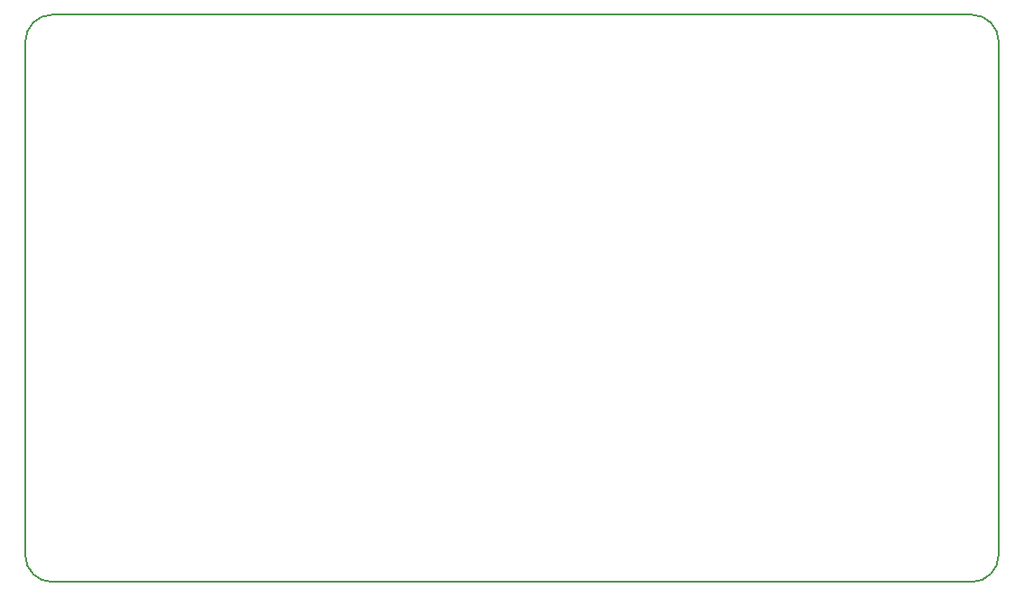
<source format=gbr>
%TF.GenerationSoftware,KiCad,Pcbnew,7.0.1*%
%TF.CreationDate,2023-03-28T15:09:56-06:00*%
%TF.ProjectId,Phase_A_UnoShield,50686173-655f-4415-9f55-6e6f53686965,1.0*%
%TF.SameCoordinates,Original*%
%TF.FileFunction,Profile,NP*%
%FSLAX46Y46*%
G04 Gerber Fmt 4.6, Leading zero omitted, Abs format (unit mm)*
G04 Created by KiCad (PCBNEW 7.0.1) date 2023-03-28 15:09:56*
%MOMM*%
%LPD*%
G01*
G04 APERTURE LIST*
%TA.AperFunction,Profile*%
%ADD10C,0.150000*%
%TD*%
G04 APERTURE END LIST*
D10*
X188900000Y-100000000D02*
G75*
G03*
X191440000Y-97460000I0J2540000D01*
G01*
X100000000Y-97460000D02*
G75*
G03*
X102540000Y-100000000I2540000J0D01*
G01*
X188900000Y-100000000D02*
X102540000Y-100000000D01*
X102540000Y-46660000D02*
X188900000Y-46660000D01*
X100000000Y-97460000D02*
X100000000Y-49200000D01*
X191440000Y-49200000D02*
G75*
G03*
X188900000Y-46660000I-2540000J0D01*
G01*
X191440000Y-49200000D02*
X191440000Y-97460000D01*
X102540000Y-46660000D02*
G75*
G03*
X100000000Y-49200000I0J-2540000D01*
G01*
M02*

</source>
